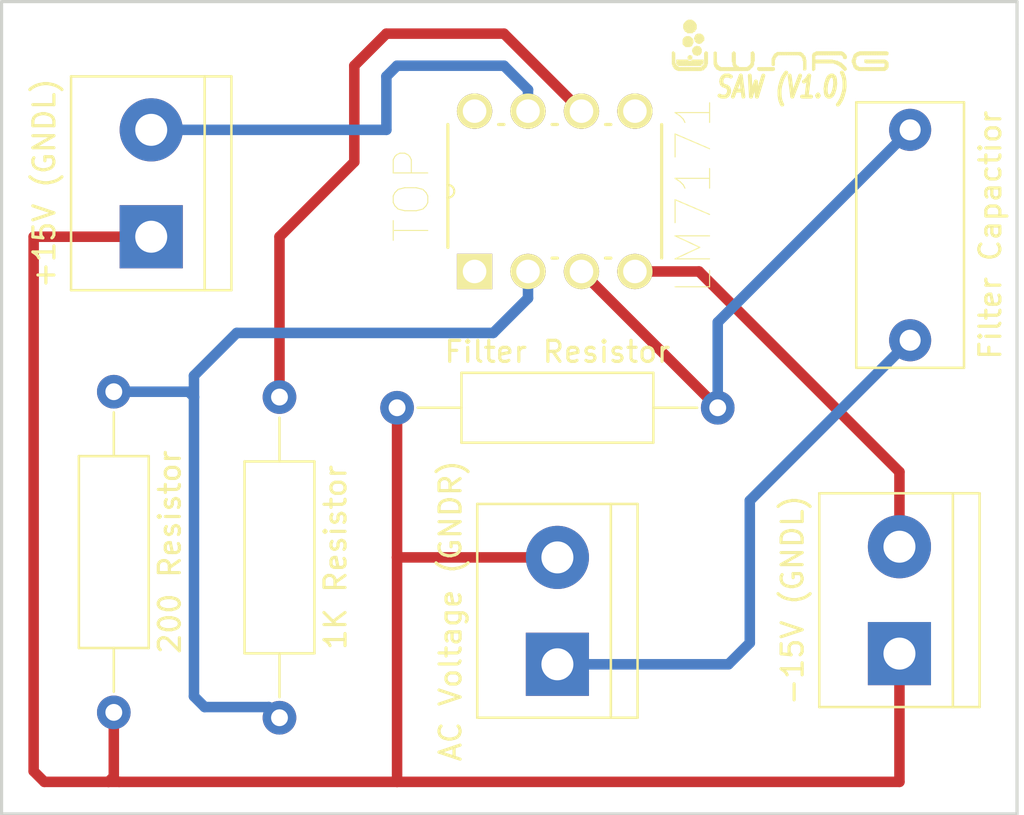
<source format=kicad_pcb>
(kicad_pcb (version 4) (host pcbnew 4.0.7)
  (title_block (title "Sine Wave Amplifier") (date 2017-11-13) (rev 1.0) (company UWNRG) (comment 1 "By Shivansh Vij") (comment 2 "PROTOTYPE (UNTESTED)"))
  (layers (0 F.Cu signal) (31 B.Cu signal) (34 B.Paste user) (35 F.Paste user) (36 B.SilkS user) (37 F.SilkS user) (38 B.Mask user) (39 F.Mask user) (44 Edge.Cuts user))
  (net 0 "")
  (net 1 "Net-(C1-Pad1)")
  (net 2 "Net-(C1-Pad2)")
  (net 3 GND)
  (net 4 "Net-(J2-Pad2)")
  (net 5 "Net-(J3-Pad2)")
  (net 6 "Net-(R1-Pad1)")
  (net 7 "Net-(R2-Pad1)")
  (net 8 "Net-(U1-Pad1)")
  (net 9 "Net-(U1-Pad5)")
  (net 10 "Net-(U1-Pad8)")
  (module Capacitors_THT:C_Disc_D12.5mm_W5.0mm_P10.00mm (layer F.Cu) (at 181.356 100.584 270)
    (fp_text reference "Filter Capactior" (at 5 -3.81 270) (layer F.SilkS))
    (fp_text value "Filter Capacitor")
    (pad 1 thru_hole circle (at 0 0 270) (size 2 2) (drill 1) (layers *.Cu *.Mask) (net 1 "Net-(C1-Pad1)"))
    (pad 2 thru_hole circle (at 10 0 270) (size 2 2) (drill 1) (layers *.Cu *.Mask) (net 2 "Net-(C1-Pad2)"))
  )
  (module TerminalBlock:TerminalBlock_bornier-2_P5.08mm (layer F.Cu) (at 164.592 125.984 90)
    (fp_text reference "AC Voltage (GNDR)" (at 2.54 -5.08 90) (layer F.SilkS))
    (fp_text value "AC Voltage Source")
    (pad 1 thru_hole rect (at 0 0 90) (size 3 3) (drill 1.52) (layers *.Cu *.Mask) (net 2 "Net-(C1-Pad2)"))
    (pad 2 thru_hole circle (at 5.08 0 90) (size 3 3) (drill 1.52) (layers *.Cu *.Mask) (net 3 GND))
  )
  (module TerminalBlock:TerminalBlock_bornier-2_P5.08mm (layer F.Cu) (at 180.848 125.476 90)
    (fp_text reference "-15V (GNDL)" (at 2.54 -5.08 90) (layer F.SilkS))
    (fp_text value -15V)
    (pad 1 thru_hole rect (at 0 0 90) (size 3 3) (drill 1.52) (layers *.Cu *.Mask) (net 3 GND))
    (pad 2 thru_hole circle (at 5.08 0 90) (size 3 3) (drill 1.52) (layers *.Cu *.Mask) (net 4 "Net-(J2-Pad2)"))
  )
  (module TerminalBlock:TerminalBlock_bornier-2_P5.08mm (layer F.Cu) (at 145.288 105.664 90)
    (fp_text reference "+15V (GNDL)" (at 2.54 -5.08 90) (layer F.SilkS))
    (fp_text value +15V)
    (pad 1 thru_hole rect (at 0 0 90) (size 3 3) (drill 1.52) (layers *.Cu *.Mask) (net 3 GND))
    (pad 2 thru_hole circle (at 5.08 0 90) (size 3 3) (drill 1.52) (layers *.Cu *.Mask) (net 5 "Net-(J3-Pad2)"))
  )
  (module Resistors_THT:R_Axial_DIN0309_L9.0mm_D3.2mm_P15.24mm_Horizontal (layer F.Cu) (at 143.51 113.03 270)
    (fp_text reference "200 Resistor" (at 7.62 -2.66 270) (layer F.SilkS))
    (fp_text value 200)
    (pad 1 thru_hole circle (at 0 0 270) (size 1.6 1.6) (drill 0.8) (layers *.Cu *.Mask) (net 6 "Net-(R1-Pad1)"))
    (pad 2 thru_hole oval (at 15.24 0 270) (size 1.6 1.6) (drill 0.8) (layers *.Cu *.Mask) (net 3 GND))
  )
  (module Resistors_THT:R_Axial_DIN0309_L9.0mm_D3.2mm_P15.24mm_Horizontal (layer F.Cu) (at 151.384 113.284 270)
    (fp_text reference "1K Resistor" (at 7.62 -2.66 270) (layer F.SilkS))
    (fp_text value 1K)
    (pad 1 thru_hole circle (at 0 0 270) (size 1.6 1.6) (drill 0.8) (layers *.Cu *.Mask) (net 7 "Net-(R2-Pad1)"))
    (pad 2 thru_hole oval (at 15.24 0 270) (size 1.6 1.6) (drill 0.8) (layers *.Cu *.Mask) (net 6 "Net-(R1-Pad1)"))
  )
  (module Resistors_THT:R_Axial_DIN0309_L9.0mm_D3.2mm_P15.24mm_Horizontal (layer F.Cu) (at 156.972 113.792)
    (fp_text reference "Filter Resistor" (at 7.62 -2.66) (layer F.SilkS))
    (fp_text value "Filter Resistor")
    (pad 1 thru_hole circle (at 0 0) (size 1.6 1.6) (drill 0.8) (layers *.Cu *.Mask) (net 3 GND))
    (pad 2 thru_hole oval (at 15.24 0) (size 1.6 1.6) (drill 0.8) (layers *.Cu *.Mask) (net 1 "Net-(C1-Pad1)"))
  )
  (module LM7171BIN:DIP254P762X508-8 (layer F.Cu) (at 168.275 99.695 90)
    (fp_text reference TOP (at -3.99111 -10.6006 90) (layer F.SilkS) (effects (font (size 1.64136 1.64136) (thickness 0.05))))
    (fp_text value LM7171 (at -4.01323 2.79402 90) (layer F.SilkS) (effects (font (size 1.64001 1.64001) (thickness 0.05))))
    (pad 1 thru_hole rect (at -7.62 -7.62 90) (size 1.6764 1.6764) (drill 1.1176) (layers *.Cu *.Mask F.SilkS) (net 8 "Net-(U1-Pad1)"))
    (pad 2 thru_hole circle (at -7.62 -5.08 90) (size 1.6764 1.6764) (drill 1.1176) (layers *.Cu *.Mask F.SilkS) (net 6 "Net-(R1-Pad1)"))
    (pad 3 thru_hole circle (at -7.62 -2.54 90) (size 1.6764 1.6764) (drill 1.1176) (layers *.Cu *.Mask F.SilkS) (net 1 "Net-(C1-Pad1)"))
    (pad 4 thru_hole circle (at -7.62 0 90) (size 1.6764 1.6764) (drill 1.1176) (layers *.Cu *.Mask F.SilkS) (net 4 "Net-(J2-Pad2)"))
    (pad 5 thru_hole circle (at 0 0 90) (size 1.6764 1.6764) (drill 1.1176) (layers *.Cu *.Mask F.SilkS) (net 9 "Net-(U1-Pad5)"))
    (pad 6 thru_hole circle (at 0 -2.54 90) (size 1.6764 1.6764) (drill 1.1176) (layers *.Cu *.Mask F.SilkS) (net 7 "Net-(R2-Pad1)"))
    (pad 7 thru_hole circle (at 0 -5.08 90) (size 1.6764 1.6764) (drill 1.1176) (layers *.Cu *.Mask F.SilkS) (net 5 "Net-(J3-Pad2)"))
    (pad 8 thru_hole circle (at 0 -7.62 90) (size 1.6764 1.6764) (drill 1.1176) (layers *.Cu *.Mask F.SilkS) (net 10 "Net-(U1-Pad8)"))
  )
  (module Sine-Wave-Amplifier-UWNRG-SAW:UWNRG-logo (layer F.Cu) (at 168.656 94.996)
    (fp_text reference "" hide)
    (fp_text value "" (at 0 0) (layer F.SilkS))
  )
  (gr_text "SAW (V1.0)" (at 175.26 98.552) (layer F.SilkS) (effects (font (size 1 0.75) (thickness 0.1875) italic)))
  (gr_line (start 186.436 94.488) (end 186.436 96.52) (angle 90) (layer Edge.Cuts) (width 0.15))
  (gr_line (start 138.176 94.488) (end 186.436 94.488) (angle 90) (layer Edge.Cuts) (width 0.15))
  (gr_line (start 138.176 133.096) (end 138.176 94.488) (angle 90) (layer Edge.Cuts) (width 0.15))
  (gr_line (start 186.436 133.096) (end 138.176 133.096) (angle 90) (layer Edge.Cuts) (width 0.15))
  (gr_line (start 186.436 96.52) (end 186.436 133.096) (angle 90) (layer Edge.Cuts) (width 0.15))
  (segment (start 172.212 113.792) (end 165.735 107.315) (width 0.5) (layer F.Cu) (net 1))
  (segment (start 172.212 113.792) (end 172.212 109.728) (width 0.5) (layer B.Cu) (net 1))
  (segment (start 172.212 109.728) (end 181.356 100.584) (width 0.5) (layer B.Cu) (net 1))
  (via (at 164.592 125.984) (size 0.6) (drill 0.4) (layers F.Cu B.Cu) (net 2))
  (segment (start 164.592 125.984) (end 172.72 125.984) (width 0.5) (layer B.Cu) (net 2))
  (segment (start 172.72 125.984) (end 173.736 124.968) (width 0.5) (layer B.Cu) (net 2))
  (segment (start 173.736 124.968) (end 173.736 118.204) (width 0.5) (layer B.Cu) (net 2))
  (segment (start 173.736 118.204) (end 181.356 110.584) (width 0.5) (layer B.Cu) (net 2))
  (segment (start 143.256 131.572) (end 140.208 131.572) (width 0.5) (layer F.Cu) (net 3))
  (segment (start 140.208 131.572) (end 139.7 131.064) (width 0.5) (layer F.Cu) (net 3))
  (segment (start 139.7 131.064) (end 139.7 105.664) (width 0.5) (layer F.Cu) (net 3))
  (segment (start 139.7 105.664) (end 145.288 105.664) (width 0.5) (layer F.Cu) (net 3))
  (segment (start 164.592 120.904) (end 156.972 120.904) (width 0.5) (layer F.Cu) (net 3))
  (segment (start 156.972 131.572) (end 143.764 131.572) (width 0.5) (layer F.Cu) (net 3))
  (segment (start 143.764 131.572) (end 143.256 131.572) (width 0.5) (layer F.Cu) (net 3))
  (segment (start 143.256 131.572) (end 143.51 131.318) (width 0.5) (layer F.Cu) (net 3))
  (segment (start 143.51 131.318) (end 143.51 128.27) (width 0.5) (layer F.Cu) (net 3))
  (segment (start 156.972 113.792) (end 156.972 120.904) (width 0.5) (layer F.Cu) (net 3))
  (segment (start 156.972 120.904) (end 156.972 131.572) (width 0.5) (layer F.Cu) (net 3))
  (segment (start 156.972 131.572) (end 180.848 131.572) (width 0.5) (layer F.Cu) (net 3))
  (segment (start 180.848 131.572) (end 180.848 125.476) (width 0.5) (layer F.Cu) (net 3))
  (segment (start 180.848 120.396) (end 180.848 116.84) (width 0.5) (layer F.Cu) (net 4))
  (segment (start 180.848 116.84) (end 171.323 107.315) (width 0.5) (layer F.Cu) (net 4))
  (segment (start 171.323 107.315) (end 168.275 107.315) (width 0.5) (layer F.Cu) (net 4))
  (via (at 145.288 100.584) (size 0.6) (drill 0.4) (layers F.Cu B.Cu) (net 5))
  (segment (start 145.288 100.584) (end 156.464 100.584) (width 0.5) (layer B.Cu) (net 5))
  (segment (start 156.464 100.584) (end 156.464 98.044) (width 0.5) (layer B.Cu) (net 5))
  (segment (start 156.464 98.044) (end 156.972 97.536) (width 0.5) (layer B.Cu) (net 5))
  (segment (start 156.972 97.536) (end 162.052 97.536) (width 0.5) (layer B.Cu) (net 5))
  (segment (start 162.052 97.536) (end 163.195 98.679) (width 0.5) (layer B.Cu) (net 5))
  (segment (start 163.195 98.679) (end 163.195 99.695) (width 0.5) (layer B.Cu) (net 5))
  (segment (start 147.32 113.284) (end 147.32 112.268) (width 0.5) (layer B.Cu) (net 6))
  (segment (start 147.32 112.268) (end 149.352 110.236) (width 0.5) (layer B.Cu) (net 6))
  (segment (start 149.352 110.236) (end 161.544 110.236) (width 0.5) (layer B.Cu) (net 6))
  (segment (start 161.544 110.236) (end 163.195 108.585) (width 0.5) (layer B.Cu) (net 6))
  (segment (start 163.195 108.585) (end 163.195 107.315) (width 0.5) (layer B.Cu) (net 6))
  (via (at 151.384 128.524) (size 0.6) (drill 0.4) (layers F.Cu B.Cu) (net 6))
  (segment (start 151.384 128.524) (end 150.876 128.016) (width 0.5) (layer B.Cu) (net 6))
  (segment (start 150.876 128.016) (end 147.828 128.016) (width 0.5) (layer B.Cu) (net 6))
  (segment (start 147.828 128.016) (end 147.32 127.508) (width 0.5) (layer B.Cu) (net 6))
  (segment (start 147.32 127.508) (end 147.32 113.284) (width 0.5) (layer B.Cu) (net 6))
  (segment (start 147.32 113.284) (end 147.066 113.03) (width 0.5) (layer B.Cu) (net 6))
  (segment (start 147.066 113.03) (end 143.51 113.03) (width 0.5) (layer B.Cu) (net 6))
  (segment (start 151.384 113.284) (end 151.384 105.664) (width 0.5) (layer F.Cu) (net 7))
  (segment (start 151.384 105.664) (end 154.94 102.108) (width 0.5) (layer F.Cu) (net 7))
  (segment (start 154.94 102.108) (end 154.94 97.536) (width 0.5) (layer F.Cu) (net 7))
  (segment (start 154.94 97.536) (end 156.464 96.012) (width 0.5) (layer F.Cu) (net 7))
  (segment (start 156.464 96.012) (end 162.052 96.012) (width 0.5) (layer F.Cu) (net 7))
  (segment (start 162.052 96.012) (end 165.735 99.695) (width 0.5) (layer F.Cu) (net 7))
  (via (at 151.384 113.284) (size 0.6) (drill 0.4) (layers F.Cu B.Cu) (net 7))
)
</source>
